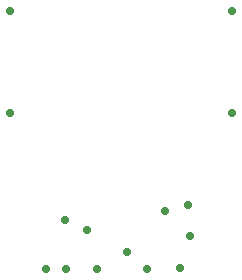
<source format=gbr>
%FSDAX44Y44*%
%MOMM*%
%SFA1B1*%

%IPPOS*%
%ADD24C,0.711199*%
%LNadapter_pth_drill-1*%
%LPD*%
G54D24*
X00299720Y00325120D03*
X00413512Y00325628D03*
X00269240Y00543560D03*
X00457200D03*
Y00457200D03*
X00269240D03*
X00342625Y00324885D03*
X00385373Y00324809D03*
X00316484Y00324612D03*
X00315976Y00366268D03*
X00334264Y00357632D03*
X00368300Y00339344D03*
X00400304Y00373888D03*
X00419608Y00378968D03*
X00421640Y00352552D03*
M02*
</source>
